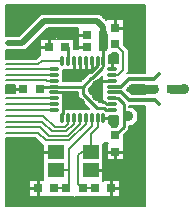
<source format=gtl>
*%FSLAX24Y24*%
*%MOIN*%
G01*
%ADD11C,0.0010*%
%ADD12C,0.0030*%
%ADD13C,0.0043*%
%ADD14C,0.0050*%
%ADD15C,0.0060*%
%ADD16C,0.0070*%
%ADD17C,0.0073*%
%ADD18C,0.0080*%
%ADD19C,0.0100*%
%ADD20C,0.0110*%
%ADD21C,0.0118*%
%ADD22C,0.0150*%
%ADD23C,0.0200*%
%ADD24C,0.0300*%
%ADD25C,0.0360*%
%ADD26C,0.0440*%
%ADD27C,0.0600*%
%ADD28R,0.0300X0.0300*%
%ADD29R,0.0380X0.0380*%
%ADD30R,0.0551X0.0453*%
%ADD31R,0.0631X0.0533*%
%ADD32O,0.0118X0.0354*%
%ADD33O,0.0198X0.0434*%
%ADD34O,0.0354X0.0118*%
%ADD35O,0.0434X0.0198*%
D16*
X19082Y18100D02*
X19660D01*
Y18050D02*
X19095D01*
Y18000D02*
X19660D01*
Y17950D02*
X19095D01*
Y17900D02*
X19660D01*
Y17850D02*
X19095D01*
Y17800D02*
X19660D01*
Y17500D02*
Y19560D01*
X19650D02*
Y17294D01*
X19660Y18200D02*
X18982D01*
X19032Y18150D02*
X19660D01*
Y17750D02*
X19095D01*
Y17700D02*
X19660D01*
Y17650D02*
X19095D01*
Y17600D02*
X19660D01*
Y17550D02*
X19095D01*
Y17500D02*
X19660D01*
Y17340D01*
Y17500D01*
Y17340D02*
Y17294D01*
X19197D01*
Y16906D02*
X19660D01*
Y16900D02*
X19191D01*
X19660Y16906D02*
Y16614D01*
Y16850D02*
X19141D01*
X19095Y17450D02*
X19660D01*
Y17400D02*
X19095D01*
Y17350D02*
X19660D01*
Y17300D02*
X19062D01*
X19091Y16800D02*
X19660D01*
Y16750D02*
X19061D01*
X19111Y16700D02*
X19660D01*
Y16650D02*
X19161D01*
X19600Y17294D02*
Y19560D01*
X19550D02*
Y17294D01*
X19500D02*
Y19560D01*
X19450D02*
Y17294D01*
X19400D02*
Y19560D01*
X19350D02*
Y17294D01*
X19300D02*
Y19560D01*
X19250D02*
Y17294D01*
X19200D02*
Y19560D01*
X19050D02*
Y18132D01*
X19008Y18175D02*
X19095Y18088D01*
X19000Y18182D02*
Y19560D01*
X18945Y18525D02*
Y18238D01*
X19150Y17294D02*
Y19560D01*
X19100D02*
Y17294D01*
X19095Y18088D02*
X19008Y18175D01*
X19095Y18088D02*
Y17912D01*
X19650Y16906D02*
Y16614D01*
X19150Y16661D02*
Y16859D01*
X19095Y17912D02*
Y18088D01*
Y17912D02*
Y17508D01*
X19600Y16906D02*
Y16614D01*
X19550D02*
Y16906D01*
X19500D02*
Y16614D01*
X19450D02*
Y16906D01*
X19095Y17332D02*
Y17508D01*
Y17332D01*
X19057Y17294D01*
X19095Y17332D01*
X19057Y17294D02*
X19197D01*
X19057D01*
X19197Y16906D02*
X19052Y16761D01*
X19100Y16809D02*
Y16711D01*
X19660Y16226D02*
Y15790D01*
X19650Y16226D02*
Y12880D01*
X19660Y16000D02*
X19395D01*
X19400Y16614D02*
Y16906D01*
X19395Y16028D02*
Y15712D01*
X19600Y16226D02*
Y12880D01*
X19550D02*
Y16226D01*
X19500D02*
Y12880D01*
X19450D02*
Y16226D01*
X19660Y16614D02*
X19197D01*
Y16226D02*
X19660D01*
Y16200D02*
X19125D01*
X19272Y16150D02*
X19660D01*
Y16100D02*
X19322D01*
X19372Y16050D02*
X19660D01*
X19395Y16028D02*
X19238Y16185D01*
X19395Y15950D02*
X19660D01*
Y15900D02*
X19395D01*
Y15850D02*
X19660D01*
Y15800D02*
X19395D01*
Y15750D02*
X19660D01*
Y15790D02*
Y15630D01*
Y15700D02*
X19382D01*
X19660Y15630D02*
Y15790D01*
Y15630D02*
Y12880D01*
Y15650D02*
X19332D01*
X19282Y15600D02*
X19660D01*
Y15550D02*
X19125D01*
Y15500D02*
X19660D01*
Y15450D02*
X19125D01*
X19104Y15400D02*
X19660D01*
Y15350D02*
X19054D01*
X19004Y15300D02*
X19660D01*
X19350Y16614D02*
Y16906D01*
X19300D02*
Y16614D01*
X19250D02*
Y16906D01*
X19200D02*
Y16614D01*
X19250Y16226D02*
Y16172D01*
X19400Y16226D02*
Y12880D01*
X19238Y15555D02*
X19395Y15712D01*
X19350Y16072D02*
Y16226D01*
X19300D02*
Y16122D01*
X19197Y16614D02*
X19052Y16759D01*
X19125Y16226D02*
X19197D01*
X19125D01*
X19200D02*
Y16185D01*
X19150D02*
Y16226D01*
X19125Y16185D02*
X19238D01*
X19125Y16188D02*
Y16226D01*
Y16188D01*
X19350Y15668D02*
Y12880D01*
X19238Y15555D02*
X19125D01*
Y15421D01*
Y15555D01*
X19300Y15618D02*
Y12880D01*
X19250D02*
Y15568D01*
X19200Y15555D02*
Y12880D01*
X19150D02*
Y15555D01*
X19125Y15421D02*
X19032Y15328D01*
X19125Y15421D01*
X19032Y15328D02*
X18945Y15241D01*
Y14968D01*
X19100Y15396D02*
Y12880D01*
X19050D02*
Y15346D01*
X19000Y15296D02*
Y12880D01*
X18945Y14398D02*
Y14948D01*
X18660Y19560D02*
X19660D01*
Y19550D02*
X18660D01*
Y19500D02*
X19660D01*
Y19450D02*
X18660D01*
X18945Y19050D02*
X19660D01*
Y19000D02*
X18945D01*
Y18950D02*
X19660D01*
X18950Y19560D02*
Y18232D01*
X18945Y18545D02*
Y19095D01*
X18660Y19400D02*
X19660D01*
Y19350D02*
X18660D01*
Y19300D02*
X19660D01*
Y19250D02*
X18660D01*
Y19200D02*
X19660D01*
Y19150D02*
X18660D01*
Y19100D02*
X19660D01*
X18945Y19095D02*
X18660D01*
X18945Y18900D02*
X19660D01*
Y18850D02*
X18945D01*
Y18800D02*
X19660D01*
Y18750D02*
X18945D01*
Y18700D02*
X19660D01*
Y18650D02*
X18945D01*
Y18600D02*
X19660D01*
Y18550D02*
X18945D01*
Y18500D02*
X19660D01*
Y18450D02*
X18945D01*
Y18400D02*
X19660D01*
Y18350D02*
X18945D01*
Y18300D02*
X19660D01*
Y18250D02*
X18945D01*
Y18238D02*
X19008Y18175D01*
X18900Y19095D02*
Y19560D01*
X18850D02*
Y19095D01*
X18800D02*
Y19560D01*
X18750D02*
Y19095D01*
X18700D02*
Y19560D01*
X18682Y17975D02*
X18745Y17912D01*
Y17643D01*
X18660Y19095D02*
Y19560D01*
X18700Y17958D02*
Y17643D01*
X18660Y17900D02*
X18745D01*
Y17850D02*
X18660D01*
Y17950D02*
X18708D01*
X18745Y17800D02*
X18660D01*
Y17750D02*
X18745D01*
X18660Y17643D02*
Y17975D01*
Y17700D02*
X18745D01*
Y17650D02*
X18660D01*
Y17643D02*
X18745D01*
X18746Y15877D02*
X18660D01*
X18755Y15886D02*
Y15778D01*
Y15886D01*
Y15778D02*
Y15606D01*
X18700Y15551D02*
Y15877D01*
X18660D02*
Y15518D01*
Y15850D02*
X18755D01*
Y15800D02*
X18660D01*
Y15750D02*
X18755D01*
Y15700D02*
X18660D01*
Y15650D02*
X18755D01*
X18749Y15600D02*
X18660D01*
X18668Y15518D02*
X18755Y15606D01*
X18699Y15550D02*
X18660D01*
X18954Y15250D02*
X19660D01*
Y15200D02*
X18945D01*
Y15150D02*
X19660D01*
Y15100D02*
X18945D01*
Y15050D02*
X19660D01*
Y15000D02*
X18945D01*
Y14900D02*
X19660D01*
Y14850D02*
X18945D01*
Y14800D02*
X19660D01*
Y14750D02*
X18945D01*
Y14700D02*
X19660D01*
Y14650D02*
X18945D01*
Y14600D02*
X19660D01*
Y14550D02*
X18945D01*
Y14500D02*
X19660D01*
Y14450D02*
X18945D01*
Y14400D02*
X19660D01*
Y14350D02*
X18660D01*
Y14300D02*
X19660D01*
Y14250D02*
X18660D01*
Y14200D02*
X19660D01*
Y14150D02*
X18660D01*
X18805Y13700D02*
X19660D01*
Y13650D02*
X18805D01*
Y13600D02*
X19660D01*
Y14100D02*
X18660D01*
Y14050D02*
X19660D01*
Y14000D02*
X18660D01*
Y13950D02*
X19660D01*
Y13900D02*
X18660D01*
Y13850D02*
X19660D01*
Y13800D02*
X18660D01*
Y13750D02*
X19660D01*
Y13550D02*
X18805D01*
Y13500D02*
X19660D01*
Y13450D02*
X18805D01*
X18800Y13745D02*
Y14398D01*
X18805Y13400D02*
X19660D01*
X18950Y12880D02*
Y15246D01*
X18900Y14398D02*
Y12880D01*
X18850D02*
Y14398D01*
X18805Y13745D02*
Y13175D01*
X18945Y14398D02*
X18660D01*
X18750D02*
Y13745D01*
X18805D02*
X18660D01*
X18700D02*
Y14398D01*
X18660D02*
Y13745D01*
X18805Y13350D02*
X19660D01*
Y13300D02*
X18805D01*
Y13250D02*
X19660D01*
Y13200D02*
X18805D01*
X18660Y13150D02*
X19660D01*
X18800Y13175D02*
Y12880D01*
X18750D02*
Y13175D01*
X18700D02*
Y12880D01*
X18660Y13100D02*
X19660D01*
Y13050D02*
X18660D01*
Y13175D02*
X18805D01*
X18660Y13000D02*
X19660D01*
Y12950D02*
X18660D01*
Y12900D02*
X19660D01*
X18660Y12880D02*
Y13175D01*
Y12880D02*
X19660D01*
X19250Y18705D02*
Y19560D01*
Y18705D01*
X19200D02*
Y19560D01*
X19150D02*
Y18705D01*
X19250Y19050D02*
X18945D01*
Y19000D02*
X19250D01*
X19100Y18705D02*
Y19560D01*
X19050D02*
Y18705D01*
X19000D02*
Y19560D01*
X18950D02*
Y18705D01*
X18945D02*
Y19095D01*
X19250Y19150D02*
X18292D01*
X18342Y19100D02*
X19250D01*
Y19250D02*
X18192D01*
X18242Y19200D02*
X19250D01*
Y18950D02*
X18945D01*
Y18900D02*
X19250D01*
Y18850D02*
X18945D01*
X18900Y19095D02*
Y19560D01*
X18850D02*
Y19095D01*
X18800D02*
Y19560D01*
X18750D02*
Y19095D01*
X18700D02*
Y19560D01*
X18945Y19095D02*
X18375D01*
X18945Y18800D02*
X19250D01*
Y18750D02*
X18945D01*
Y18705D02*
X19250D01*
Y16906D02*
X19197D01*
X19191Y16900D02*
X19250D01*
Y16850D02*
X19141D01*
X19161Y16650D02*
X19250D01*
Y16700D02*
X19111D01*
X19250Y16614D02*
Y16906D01*
Y16614D01*
X19200D02*
Y16906D01*
X19197Y16614D02*
X19250D01*
X19150Y16661D02*
Y16859D01*
X18745Y17912D02*
X18682Y17975D01*
X18745Y17900D02*
X18453D01*
Y17850D02*
X18745D01*
Y17800D02*
X18453D01*
Y17750D02*
X18745D01*
Y17700D02*
X18453D01*
X18544Y17975D02*
X18682D01*
X18700Y17958D02*
Y17643D01*
X18708Y17950D02*
X18544D01*
X18453Y17650D02*
X18745D01*
Y17643D02*
Y17912D01*
Y17643D02*
X18453D01*
X19091Y16800D02*
X19250D01*
Y16750D02*
X19061D01*
X19052Y16761D02*
X19197Y16906D01*
X19100Y16809D02*
Y16711D01*
X19052Y16759D02*
X19197Y16614D01*
X18650Y19095D02*
Y19560D01*
X18600D02*
Y19095D01*
X18300Y19142D02*
Y19560D01*
X18550D02*
Y19095D01*
X18250Y19192D02*
Y19560D01*
X18178Y19265D02*
X18295Y19148D01*
X18178Y19265D01*
X18150D02*
Y19560D01*
X18200D02*
Y19242D01*
X18100Y19265D02*
Y19560D01*
X18050D02*
Y19265D01*
X18000D02*
Y19560D01*
X17950D02*
Y19265D01*
X18650Y17975D02*
Y17643D01*
X18600D02*
Y17975D01*
X18500Y19095D02*
Y19560D01*
X18544Y17975D02*
Y17902D01*
X18550Y17975D02*
Y17643D01*
X18544Y17902D02*
X18453D01*
X18450Y19095D02*
Y19560D01*
X18400D02*
Y19095D01*
X18350Y19092D02*
Y19560D01*
X18500Y17902D02*
Y17643D01*
X18453D02*
Y17902D01*
X18375Y19068D02*
X18295Y19148D01*
X17900Y19265D02*
Y19560D01*
X17850D02*
Y19265D01*
X17800D02*
Y19560D01*
X17750D02*
Y19265D01*
X17942D02*
X18178D01*
X17942D01*
X17700D02*
Y19560D01*
X17650D02*
Y19265D01*
X17600D02*
Y19560D01*
X17550D02*
Y19265D01*
X17500D02*
Y19560D01*
X17450D02*
Y19265D01*
X17768Y17409D02*
X17857D01*
X17767Y17319D01*
X17800Y17352D02*
Y17409D01*
X17750D02*
Y17305D01*
X17765Y17409D02*
X17571D01*
X17700D02*
Y17255D01*
X17650Y17205D02*
Y17409D01*
X17600D02*
Y17155D01*
X18219Y17155D02*
Y17194D01*
Y17201D02*
X18172Y17154D01*
X18179D02*
X18219Y17194D01*
X18179Y17154D01*
X18168Y17150D02*
X18219D01*
Y17100D02*
X18118D01*
X18068Y17050D02*
X18219D01*
X18172Y17154D02*
X18052Y17034D01*
X18219Y16958D02*
Y17152D01*
X18049Y17034D02*
X17954Y16939D01*
X18219Y16955D02*
Y16761D01*
Y16759D02*
Y16565D01*
Y17000D02*
X18018D01*
X18075Y16400D02*
X18219D01*
Y16368D02*
Y16562D01*
Y16450D02*
X18025D01*
X18219Y16365D02*
Y16330D01*
X18185D01*
X18219Y16350D02*
X18125D01*
X18100Y16375D02*
Y17082D01*
X18200Y17175D02*
Y16330D01*
X18050Y16425D02*
Y17032D01*
X18185Y16330D02*
X18219D01*
X18185D02*
X18145D01*
X18000Y16475D02*
Y16982D01*
X17957Y16939D02*
X18052Y17034D01*
X17957Y16939D01*
X17669Y17224D02*
X17764Y17319D01*
X17968Y16950D02*
X18219D01*
Y16900D02*
X17915D01*
X17865Y16850D02*
X18219D01*
Y16800D02*
X17815D01*
X17550Y17105D02*
Y17409D01*
X17500D02*
Y17055D01*
X17450Y17048D02*
Y17409D01*
X17669Y17224D02*
X17764Y17319D01*
X17767D02*
X17672Y17224D01*
X17669D02*
X17493Y17048D01*
X17778Y16750D02*
X18219D01*
Y16650D02*
X17825D01*
X17778Y16700D02*
X18219D01*
Y16550D02*
X17925D01*
X17975Y16500D02*
X18219D01*
Y16600D02*
X17875D01*
X17900Y16575D02*
Y16885D01*
X17950Y16935D02*
Y16525D01*
X17778Y16763D02*
X17954Y16939D01*
X17800Y16785D02*
Y16675D01*
X17850Y16625D02*
Y16835D01*
X17778Y16763D02*
Y16697D01*
X19250Y14800D02*
Y12880D01*
Y14800D01*
X19200D02*
Y12880D01*
X18755Y15778D02*
Y15886D01*
Y15778D01*
X18746Y15877D02*
X18453D01*
Y15850D02*
X18755D01*
Y15800D02*
X18453D01*
Y15750D02*
X18755D01*
Y15778D02*
Y15606D01*
Y15700D02*
X18453D01*
X18500Y15600D02*
X18749D01*
X18755Y15606D02*
X18668Y15518D01*
X18755Y15650D02*
X18453D01*
X18945Y14800D02*
X19250D01*
X18945D01*
Y14750D02*
X19250D01*
Y14700D02*
X18945D01*
Y14650D02*
X19250D01*
Y14600D02*
X18945D01*
Y14550D02*
X19250D01*
Y14500D02*
X18945D01*
Y14450D02*
X19250D01*
X18945Y14398D02*
Y14800D01*
Y14400D02*
X19250D01*
Y13700D02*
X18805D01*
Y13650D02*
X19250D01*
Y13600D02*
X18805D01*
Y13550D02*
X19250D01*
X19150Y12880D02*
Y14800D01*
X19100D02*
Y12880D01*
X19250Y13500D02*
X18805D01*
Y13450D02*
X19250D01*
Y13400D02*
X18805D01*
Y13350D02*
X19250D01*
X19050Y12880D02*
Y14800D01*
X19000D02*
Y12880D01*
X18950D02*
Y14800D01*
X18900Y14398D02*
Y12880D01*
X18850D02*
Y14398D01*
X18805Y13745D02*
Y13175D01*
X19250Y14350D02*
X18260D01*
Y14300D02*
X19250D01*
Y14250D02*
X18260D01*
Y14200D02*
X19250D01*
Y14150D02*
X18260D01*
Y14100D02*
X19250D01*
Y14050D02*
X18260D01*
X18375Y14398D02*
X18945D01*
X19250Y14000D02*
X18260D01*
Y13950D02*
X19250D01*
Y13900D02*
X18260D01*
Y13850D02*
X19250D01*
Y13800D02*
X18260D01*
X18800Y13745D02*
Y14398D01*
X19250Y13750D02*
X18260D01*
X18805Y13300D02*
X19250D01*
Y13250D02*
X18805D01*
Y13200D02*
X19250D01*
X18750Y13745D02*
Y14398D01*
X18805Y13745D02*
X18260D01*
X18800Y13175D02*
Y12880D01*
X18750D02*
Y13175D01*
X18805D02*
X18255D01*
X18700Y15551D02*
Y15877D01*
X18650D02*
Y15518D01*
X18550Y15550D02*
Y15877D01*
X18600D02*
Y15518D01*
X18550Y15550D02*
X18699D01*
X18668Y15518D02*
X18560D01*
Y15540D02*
X18453Y15647D01*
Y15877D01*
X18500D02*
Y15600D01*
X18415Y14960D02*
X18375D01*
X18278D01*
X18260Y14900D02*
X18375D01*
Y14850D02*
X18260D01*
Y14800D02*
X18375D01*
Y14948D02*
Y14398D01*
X18350Y14960D02*
Y13745D01*
X18300D02*
Y14960D01*
X18260Y14750D02*
X18375D01*
X18260Y14942D02*
Y14421D01*
Y14700D02*
X18375D01*
X18150Y16330D02*
Y17132D01*
X17778Y16697D02*
X18145Y16330D01*
X17750Y16155D02*
Y16111D01*
X17794D02*
X17493Y16412D01*
X17571Y16111D02*
X17765D01*
X17550D02*
Y16355D01*
X17500Y16405D02*
Y16111D01*
X17450D02*
Y16455D01*
X17700Y16205D02*
Y16111D01*
X17650D02*
Y16255D01*
X17600Y16305D02*
Y16111D01*
X18700Y14398D02*
Y13745D01*
X18650D02*
Y14398D01*
X18375Y14650D02*
X18260D01*
X18600Y14398D02*
Y13745D01*
X18550D02*
Y14398D01*
X18500D02*
Y13745D01*
X18450D02*
Y14398D01*
X18375Y14600D02*
X18260D01*
Y14550D02*
X18375D01*
Y14500D02*
X18260D01*
Y14450D02*
X18375D01*
X18260Y14421D02*
Y14329D01*
Y14421D01*
X18700Y13175D02*
Y12880D01*
X18650D02*
Y13175D01*
X18600D02*
Y12880D01*
X18550D02*
Y13175D01*
X18500D02*
Y12880D01*
X18450D02*
Y13175D01*
X18400Y13745D02*
Y14398D01*
Y13175D02*
Y12880D01*
X18350D02*
Y13175D01*
X18300D02*
Y12880D01*
X18260Y14400D02*
X18375D01*
X18260Y14329D02*
Y13745D01*
X18255D02*
Y13699D01*
X18260D02*
Y13745D01*
X18235D02*
Y13699D01*
Y13175D02*
X17855D01*
X18200D02*
Y12880D01*
X18150D02*
Y13175D01*
X18100D02*
Y12880D01*
X17855Y13175D02*
X17685D01*
X18050D02*
Y12880D01*
X17855Y13175D02*
X17685D01*
X18000D02*
Y12880D01*
X17950D02*
Y13175D01*
X17900D02*
Y12880D01*
X17850D02*
Y13175D01*
X17800D02*
Y12880D01*
X17750D02*
Y13175D01*
X17700D02*
Y12880D01*
X17650D02*
Y13175D01*
X17600D02*
Y12880D01*
X17550D02*
Y13175D01*
X17500D02*
Y12880D01*
X17450D02*
Y13175D01*
X17400Y19265D02*
Y19560D01*
X17350D02*
Y19265D01*
X17300D02*
Y19560D01*
X17250D02*
Y19265D01*
X17200D02*
Y19560D01*
X17424Y18795D02*
Y18472D01*
X17150Y19265D02*
Y19560D01*
X17100D02*
Y19265D01*
X17050D02*
Y19560D01*
X17000D02*
Y19265D01*
X16950D02*
Y19560D01*
X16900D02*
Y19265D01*
X16850D02*
Y19560D01*
X17400Y18795D02*
Y18110D01*
X17350D02*
Y18795D01*
X17300D02*
Y18110D01*
X17250Y18453D02*
Y18795D01*
X17200D02*
Y18453D01*
X17150D02*
Y18795D01*
X17100D02*
Y18453D01*
X17050D02*
Y18795D01*
X17000D02*
Y18453D01*
X16950D02*
Y18795D01*
X16900D02*
Y18453D01*
X16850D02*
Y18795D01*
X15000Y19560D02*
X19250D01*
X15000D01*
Y19550D02*
X19250D01*
Y19500D02*
X15000D01*
Y19450D02*
X19250D01*
Y19400D02*
X15000D01*
Y19350D02*
X19250D01*
X16800Y19265D02*
Y19560D01*
X16750D02*
Y19265D01*
X16700D02*
Y19560D01*
X16650D02*
Y19265D01*
X16600D02*
Y19560D01*
X15000Y19300D02*
X19250D01*
X16550Y19265D02*
Y19560D01*
X16500D02*
Y19265D01*
X16398D02*
X17942D01*
X16800Y18795D02*
Y18453D01*
X16750D02*
Y18795D01*
X16398D02*
X17424D01*
X16450Y19265D02*
Y19560D01*
X16400D02*
Y19265D01*
X16350D02*
Y19560D01*
X16300D02*
Y19265D01*
X16398D02*
X16162D01*
X16398D01*
X17424Y18472D02*
Y18302D01*
Y18472D01*
Y18450D02*
X17263D01*
Y18400D02*
X17424D01*
Y18350D02*
X17263D01*
Y18300D02*
X17424D01*
Y18250D02*
X17268D01*
X17263Y18268D02*
Y18453D01*
X17424Y18302D02*
Y18110D01*
X17268D02*
Y18263D01*
Y18200D02*
X17424D01*
Y18150D02*
X17268D01*
Y18110D02*
X17424D01*
X17375Y17409D02*
X17569D01*
X17400D02*
Y17048D01*
X17848Y17400D02*
X16921D01*
X17350Y17409D02*
Y17048D01*
X17300D02*
Y17409D01*
X17372D02*
X17178D01*
X17250D02*
Y17048D01*
X17200D02*
Y17409D01*
X17175D02*
X16981D01*
X16978D02*
X16921D01*
Y17352D01*
Y17349D02*
Y17155D01*
X17424Y18750D02*
X16352D01*
X16302Y18700D02*
X17424D01*
Y18650D02*
X16252D01*
X16202Y18600D02*
X17424D01*
Y18550D02*
X16152D01*
X16713Y18453D02*
X17263D01*
X17424Y18500D02*
X16102D01*
X16650Y18453D02*
Y18795D01*
X16600D02*
Y18453D01*
X16550D02*
Y18795D01*
X16500D02*
Y18453D01*
X16450D02*
Y18795D01*
X16400D02*
Y18453D01*
X16921Y17300D02*
X17745D01*
X17695Y17250D02*
X16921D01*
X16693Y18453D02*
X16143D01*
X16921Y17200D02*
X17645D01*
X17595Y17150D02*
X16921D01*
Y17100D02*
X17545D01*
X16350Y18453D02*
Y18748D01*
X16398Y18795D02*
X15785Y18182D01*
X16250Y19265D02*
Y19560D01*
X16200D02*
Y19265D01*
X16150Y19252D02*
Y19560D01*
X16100D02*
Y19202D01*
X16050Y19152D02*
Y19560D01*
X16162Y19265D02*
X16045Y19148D01*
X16162Y19265D01*
X16000Y19102D02*
Y19560D01*
X15950D02*
Y19052D01*
X15900Y19002D02*
Y19560D01*
X15850D02*
Y18952D01*
X15800Y18902D02*
Y19560D01*
X15750D02*
Y18852D01*
X15700Y18802D02*
Y19560D01*
X16300Y18698D02*
Y18453D01*
X16045Y19148D02*
X15432Y18535D01*
X16250Y18453D02*
Y18648D01*
X16200Y18598D02*
Y18453D01*
X16150D02*
Y18548D01*
X15650Y18752D02*
Y19560D01*
X15600D02*
Y18702D01*
X15550Y18652D02*
Y19560D01*
X15500D02*
Y18602D01*
X15450Y18552D02*
Y19560D01*
X15400D02*
Y18535D01*
X15000Y19250D02*
X16148D01*
X16098Y19200D02*
X15000D01*
Y19150D02*
X16048D01*
X15998Y19100D02*
X15000D01*
Y19050D02*
X15948D01*
X15898Y19000D02*
X15000D01*
Y18950D02*
X15848D01*
X15798Y18900D02*
X15000D01*
Y18850D02*
X15748D01*
X15698Y18800D02*
X15000D01*
Y18750D02*
X15648D01*
X15598Y18700D02*
X15000D01*
Y18650D02*
X15548D01*
X15350Y18535D02*
Y19560D01*
X15300D02*
Y18535D01*
X15250D02*
Y19560D01*
X15498Y18600D02*
X15000D01*
X15200Y18535D02*
Y19560D01*
X15000Y18550D02*
X15448D01*
X15150Y18535D02*
Y19560D01*
X15100D02*
Y18535D01*
X15050D02*
Y19560D01*
X15000D02*
Y18535D01*
Y19560D01*
Y18535D01*
X16052Y18450D02*
X16143D01*
Y18400D02*
X16002D01*
X15952Y18350D02*
X16143D01*
Y18300D02*
X15902D01*
X15852Y18250D02*
X16143D01*
Y18200D02*
X15802D01*
X15752Y18150D02*
X16143D01*
Y17896D02*
Y18453D01*
X16100Y18498D02*
Y17879D01*
X16050Y17829D02*
Y18448D01*
X16143Y18100D02*
X15702D01*
X15668Y18065D02*
X15785Y18182D01*
X15668Y18065D01*
X16000Y17779D02*
Y18398D01*
X15950Y18348D02*
Y17772D01*
X15900D02*
Y18298D01*
X16117Y17896D02*
X16029Y17809D01*
X16117Y17896D01*
X16029Y17809D02*
X15992Y17772D01*
X15850D02*
Y18248D01*
X15800Y18198D02*
Y17772D01*
X15750D02*
Y18148D01*
X15700Y18098D02*
Y17772D01*
X15650D02*
Y18065D01*
X15600D02*
Y17772D01*
X15668Y18065D02*
X15432D01*
X15000Y18050D02*
X16143D01*
Y18000D02*
X15000D01*
Y17950D02*
X16143D01*
Y17900D02*
X15000D01*
Y17850D02*
X16071D01*
X16021Y17800D02*
X15000D01*
X15432Y18065D02*
X15668D01*
X15550D02*
Y17772D01*
X15432Y18535D02*
X15000D01*
X15500Y18065D02*
Y17772D01*
X15450D02*
Y18065D01*
X15432D02*
X15000D01*
X15400D02*
Y17772D01*
X15350D02*
Y18065D01*
X15300D02*
Y17772D01*
X15250D02*
Y18065D01*
X15200D02*
Y17772D01*
X15000D02*
X15992D01*
X15150D02*
Y18065D01*
X15100D02*
Y17772D01*
X15050D02*
Y18065D01*
X15000D02*
Y17772D01*
Y18065D01*
Y17772D01*
X17398Y16668D02*
Y16507D01*
Y16668D01*
X17493Y17048D02*
X16921D01*
Y17050D02*
X17495D01*
X17398Y16507D02*
X17493Y16412D01*
X17400Y16505D02*
Y16111D01*
X17493Y16412D02*
X17398Y16507D01*
X17150Y17048D02*
Y17409D01*
X17100D02*
Y17048D01*
X17050D02*
Y17409D01*
X17000D02*
Y17048D01*
X16950D02*
Y17409D01*
X16921Y17152D02*
Y17048D01*
X17350Y16668D02*
Y16111D01*
X17300D02*
Y16668D01*
X17250D02*
Y16111D01*
X17375D02*
X17569D01*
X17200D02*
Y16668D01*
X17178Y16111D02*
X17372D01*
X17150D02*
Y16668D01*
X17100D02*
Y16111D01*
X17050D02*
Y16668D01*
X17000D02*
Y16111D01*
X16981D02*
X17175D01*
X16950D02*
Y16668D01*
X16921D02*
X17398D01*
X17455Y16450D02*
X16921D01*
Y16400D02*
X17505D01*
X17555Y16350D02*
X16921D01*
Y16300D02*
X17605D01*
X17655Y16250D02*
X16921D01*
Y16200D02*
X17705D01*
X17398Y16650D02*
X16921D01*
Y16668D02*
Y16565D01*
Y16600D02*
X17398D01*
Y16550D02*
X16921D01*
Y16562D02*
Y16368D01*
Y16500D02*
X17405D01*
X16921Y16365D02*
Y16171D01*
Y16150D02*
X17755D01*
X16921Y16168D02*
Y16111D01*
X16978D01*
X17400Y13175D02*
Y12880D01*
X17305Y13175D02*
X17685D01*
X17350D02*
Y12880D01*
X17285Y13175D02*
X16905D01*
X16735D01*
X17250D02*
Y12880D01*
X16905Y13175D02*
X16735D01*
X17200D02*
Y12880D01*
X17150D02*
Y13175D01*
X17100D02*
Y12880D01*
X17050D02*
Y13175D01*
X17000D02*
Y12880D01*
X16950D02*
Y13175D01*
X16900D02*
Y12880D01*
X16850D02*
Y13175D01*
X16800D02*
Y12880D01*
X16750D02*
Y13175D01*
X16700D02*
Y12880D01*
X16650D02*
Y13175D01*
X16242Y14885D02*
X16155Y14972D01*
X16242Y14885D01*
X15000Y13150D02*
X19250D01*
X16735Y13175D02*
X16355D01*
X16335D02*
X15785D01*
X15000Y13100D02*
X19250D01*
X16259Y14850D02*
X15000D01*
Y14800D02*
X16259D01*
Y14750D02*
X15000D01*
Y14700D02*
X16259D01*
Y14650D02*
X15000D01*
Y14600D02*
X16259D01*
X15000Y13050D02*
X19250D01*
Y13000D02*
X15000D01*
Y12950D02*
X19250D01*
Y12900D02*
X15000D01*
Y12880D02*
X19250D01*
X15000D01*
X16600D02*
Y13175D01*
X16550D02*
Y12880D01*
X16500D02*
Y13175D01*
X16450D02*
Y12880D01*
X16400D02*
Y13175D01*
X16300D02*
Y12880D01*
X16155Y14972D02*
X15992Y15135D01*
X15950D02*
Y13745D01*
X15900D02*
Y15135D01*
X15850D02*
Y13745D01*
X16100D02*
Y15028D01*
X16050Y15078D02*
Y13745D01*
X16000D02*
Y15128D01*
X15306Y16640D02*
Y16917D01*
X15300D02*
Y16640D01*
X15250D02*
Y16917D01*
X15800Y15135D02*
Y13745D01*
X15200Y16640D02*
Y16917D01*
X15750Y15135D02*
Y12880D01*
X15700D02*
Y15135D01*
X15650D02*
Y12880D01*
X15600D02*
Y15135D01*
X15550D02*
Y12880D01*
X15500D02*
Y15135D01*
X15450D02*
Y12880D01*
X15400D02*
Y15135D01*
X15350D02*
Y12880D01*
X15300D02*
Y15135D01*
X15250D02*
Y12880D01*
X15200D02*
Y15135D01*
X15306Y16917D02*
X15000D01*
Y16900D02*
X15306D01*
Y16850D02*
X15000D01*
Y16800D02*
X15306D01*
Y16750D02*
X15000D01*
Y16700D02*
X15306D01*
Y16640D02*
X15000D01*
X15150D02*
Y16917D01*
X15100D02*
Y16640D01*
X15050D02*
Y16917D01*
X15000D02*
Y16640D01*
Y16917D01*
Y16640D01*
Y16650D02*
X15306D01*
X15000Y15135D02*
X15992D01*
X16028Y15100D02*
X15000D01*
Y15050D02*
X16078D01*
X16128Y15000D02*
X15000D01*
Y14950D02*
X16178D01*
X15150Y15135D02*
Y12880D01*
X15100D02*
Y15135D01*
X15050D02*
Y12880D01*
X15000D02*
Y15135D01*
Y12880D01*
Y15135D01*
Y14550D02*
X16259D01*
Y14421D02*
Y14885D01*
Y14500D02*
X15000D01*
Y14450D02*
X16259D01*
Y14421D02*
Y14329D01*
Y14421D01*
Y14329D02*
Y13745D01*
X16200D02*
Y14928D01*
X16150Y14978D02*
Y13745D01*
X16228Y14900D02*
X15000D01*
X15785Y13745D02*
X16259D01*
X16250Y13175D02*
Y12880D01*
X16200D02*
Y13175D01*
X16150D02*
Y12880D01*
X16100D02*
Y13175D01*
X16050D02*
Y12880D01*
X16000D02*
Y13175D01*
X15950D02*
Y12880D01*
X15785Y13175D02*
Y13745D01*
X15900Y13175D02*
Y12880D01*
X15850D02*
Y13175D01*
X15800D02*
Y12880D01*
X16259Y14400D02*
X15000D01*
Y14350D02*
X16259D01*
Y14300D02*
X15000D01*
Y14250D02*
X16259D01*
Y14200D02*
X15000D01*
Y14150D02*
X16259D01*
Y14100D02*
X15000D01*
Y14050D02*
X16259D01*
Y14000D02*
X15000D01*
Y13950D02*
X16259D01*
Y13900D02*
X15000D01*
Y13850D02*
X16259D01*
Y13800D02*
X15000D01*
Y13750D02*
X16259D01*
X15785Y13700D02*
X15000D01*
Y13650D02*
X15785D01*
Y13600D02*
X15000D01*
Y13550D02*
X15785D01*
Y13500D02*
X15000D01*
Y13450D02*
X15785D01*
Y13400D02*
X15000D01*
Y13350D02*
X15785D01*
Y13300D02*
X15000D01*
Y13250D02*
X15785D01*
Y13200D02*
X15000D01*
D18*
X15010Y17092D02*
X16338D01*
X18752Y17252D02*
X18920Y17420D01*
Y18000D02*
X18660Y18260D01*
X18920Y18000D02*
Y17420D01*
X17970Y13460D02*
X17570D01*
X17020D02*
X16620D01*
X17850Y14691D02*
Y15290D01*
X17865Y15532D02*
X17120Y14786D01*
X17420Y14560D02*
Y13610D01*
Y14560D02*
X17551Y14691D01*
X17850D01*
X17865Y15532D02*
Y15799D01*
X18062Y15502D02*
X17850Y15290D01*
X18062Y15502D02*
Y15799D01*
X16609Y16465D02*
X15010D01*
X16338Y17092D02*
X16375Y17055D01*
X16609D01*
Y16268D02*
X15010D01*
Y16071D02*
X16609D01*
X17078Y15618D02*
X16970Y15510D01*
X17078Y15618D02*
Y15799D01*
X17275Y15615D02*
X17020Y15360D01*
X17275Y15615D02*
Y15799D01*
X17472Y15612D02*
X17070Y15210D01*
X17472Y15612D02*
Y15799D01*
X17668Y15608D02*
X17120Y15060D01*
X17668Y15608D02*
Y15799D01*
X16609Y17252D02*
X15010D01*
X16204Y17721D02*
X16881D01*
X16204D02*
X16080Y17597D01*
X15010D01*
Y17437D02*
X16520D01*
X17420Y13610D02*
X17570Y13460D01*
X17120Y13559D02*
X17119D01*
X17020Y13460D01*
X17120Y14060D02*
X16670D01*
X17120Y13559D02*
Y14786D01*
X18531Y17252D02*
X18752D01*
X16970Y15510D02*
X16630D01*
X16260Y15880D01*
X15010D01*
X16200Y15690D02*
X16530Y15360D01*
X16200Y15690D02*
X15010D01*
X16530Y15360D02*
X17020D01*
X16140Y15500D02*
X15010D01*
X16140D02*
X16430Y15210D01*
X17070D01*
X16080Y15310D02*
X15010D01*
X16080D02*
X16330Y15060D01*
X17120D01*
D19*
X18940Y15513D02*
Y16280D01*
Y15870D02*
X19080D01*
X18910Y18810D02*
X18660D01*
Y19060D01*
Y14683D02*
X18910D01*
X18660D02*
Y14433D01*
X18770Y13460D02*
X18520D01*
X18660Y18810D02*
Y19060D01*
Y18810D02*
X18910D01*
X17709Y18587D02*
X17459D01*
X17865Y17721D02*
Y17444D01*
X17709Y18187D02*
X17459D01*
X17668Y17721D02*
Y17444D01*
X17472D02*
Y17721D01*
X18660Y14683D02*
X18910D01*
X18770Y13460D02*
X18520D01*
X18410Y14683D02*
X18660D01*
Y14433D01*
X18520Y13710D02*
Y13460D01*
Y13210D01*
X18225Y14060D02*
X17850D01*
X16428Y18168D02*
Y18418D01*
Y18168D02*
X16178D01*
X16294Y14691D02*
X16670D01*
X15591Y16788D02*
X15341D01*
X16070Y13710D02*
Y13460D01*
X15820D01*
X16070D02*
Y13210D01*
X17668Y17358D02*
X17858D01*
X18062Y17562D01*
X18175Y17055D02*
X18030Y16910D01*
X18250Y16330D02*
X18310D01*
X18250D02*
X18030Y16550D01*
X17865Y17405D02*
Y17721D01*
X18062D02*
Y17562D01*
X18310Y16330D02*
X18350Y16290D01*
X18380D01*
X18402Y16268D01*
X18531D01*
X18755Y16465D02*
X18940Y16280D01*
Y15513D02*
X18660Y15233D01*
X18755Y16465D02*
X18531D01*
D20*
X17588Y16858D02*
X16212D01*
X17588Y16602D02*
X18050Y16140D01*
X17588Y16602D02*
Y16858D01*
X18050Y16140D02*
X18280D01*
X17862Y17129D02*
X18077Y17344D01*
X18084D01*
X18220Y17480D01*
X17859Y17129D02*
X17588Y16858D01*
X17859Y17129D02*
X17862D01*
X16212Y16858D02*
X16141Y16788D01*
X18175Y17055D02*
X18531D01*
X18280Y16140D02*
X18349Y16071D01*
X18531D01*
X17110Y16300D02*
X16909Y16099D01*
Y15959D01*
X16881Y15931D01*
Y15799D01*
X16609Y16662D02*
X17248D01*
X17668Y17358D02*
Y17721D01*
X17472D02*
Y17302D01*
X17275Y17345D02*
Y17721D01*
X18220Y17510D02*
Y17480D01*
Y17510D02*
X18259Y17549D01*
Y17721D01*
X18541Y15799D02*
X18620Y15720D01*
X18541Y15799D02*
X18259D01*
X18531Y17721D02*
X18620Y17810D01*
X18531Y17721D02*
Y17449D01*
X17078Y17721D02*
Y18168D01*
X18259Y18187D02*
Y17721D01*
D21*
X19100Y16420D02*
X19970D01*
X20110Y16280D01*
X19930Y17100D02*
X19100D01*
X19930D02*
X20110Y17280D01*
X19100Y17100D02*
X18858Y16858D01*
Y16662D02*
X19100Y16420D01*
X18858Y16662D02*
X18531D01*
Y16858D02*
X18858D01*
D23*
X15550Y18300D02*
X15070D01*
X15550D02*
X16280Y19030D01*
X18060D01*
X18259Y18831D01*
Y18587D01*
D24*
Y18187D01*
X20510Y16760D02*
X20940D01*
X19960D02*
X19240D01*
D25*
X19080Y15870D02*
D03*
X19510Y16760D02*
D03*
Y14000D02*
D03*
Y16080D02*
D03*
Y17440D02*
D03*
Y18360D02*
D03*
Y15150D02*
D03*
Y19410D02*
D03*
Y13030D02*
D03*
X15150Y17920D02*
D03*
X16650Y13030D02*
D03*
X18150D02*
D03*
X15150Y19410D02*
D03*
X16650D02*
D03*
X18150D02*
D03*
X15150Y14990D02*
D03*
X18060Y16910D02*
D03*
Y16550D02*
D03*
X18620Y15720D02*
D03*
Y17810D02*
D03*
X19100Y14680D02*
D03*
X15150Y13030D02*
D03*
X16100Y14060D02*
D03*
X17470Y17210D02*
D03*
Y16300D02*
D03*
X15630Y13460D02*
D03*
X18960D02*
D03*
X15981Y18168D02*
D03*
X16100Y14691D02*
D03*
X18430Y14060D02*
D03*
X15150Y16788D02*
D03*
X17110Y17210D02*
D03*
Y16300D02*
D03*
X17240Y18650D02*
D03*
X19100Y18810D02*
D03*
X20940Y16760D02*
D03*
X19240D02*
D03*
D28*
X19960D02*
D03*
X20510D02*
D03*
X18660Y14683D02*
D03*
Y15233D02*
D03*
X16978Y18168D02*
D03*
X16620Y13460D02*
D03*
X17020D02*
D03*
X17970D02*
D03*
X17570D02*
D03*
X16141Y16788D02*
D03*
X18660Y18260D02*
D03*
X16070Y13460D02*
D03*
X18520D02*
D03*
X16428Y18168D02*
D03*
X15591Y16788D02*
D03*
X18660Y18810D02*
D03*
X17709Y18187D02*
D03*
X18259D02*
D03*
X17709Y18587D02*
D03*
X18259D02*
D03*
D30*
X16670Y14060D02*
D03*
X17850Y14691D02*
D03*
Y14060D02*
D03*
X16670Y14691D02*
D03*
D32*
X16881Y15799D02*
D03*
X17078D02*
D03*
X17668D02*
D03*
X17865D02*
D03*
X18062D02*
D03*
X17275D02*
D03*
X17472D02*
D03*
X18259D02*
D03*
Y17721D02*
D03*
X18062D02*
D03*
X17472D02*
D03*
X17275D02*
D03*
X17078D02*
D03*
X17865D02*
D03*
X17668D02*
D03*
X16881D02*
D03*
D34*
X18531Y16071D02*
D03*
Y16268D02*
D03*
Y16858D02*
D03*
Y17055D02*
D03*
Y17252D02*
D03*
Y16465D02*
D03*
Y16662D02*
D03*
Y17449D02*
D03*
X16609D02*
D03*
Y17252D02*
D03*
Y16662D02*
D03*
Y16465D02*
D03*
Y16268D02*
D03*
Y17055D02*
D03*
Y16858D02*
D03*
Y16071D02*
D03*
M02*

</source>
